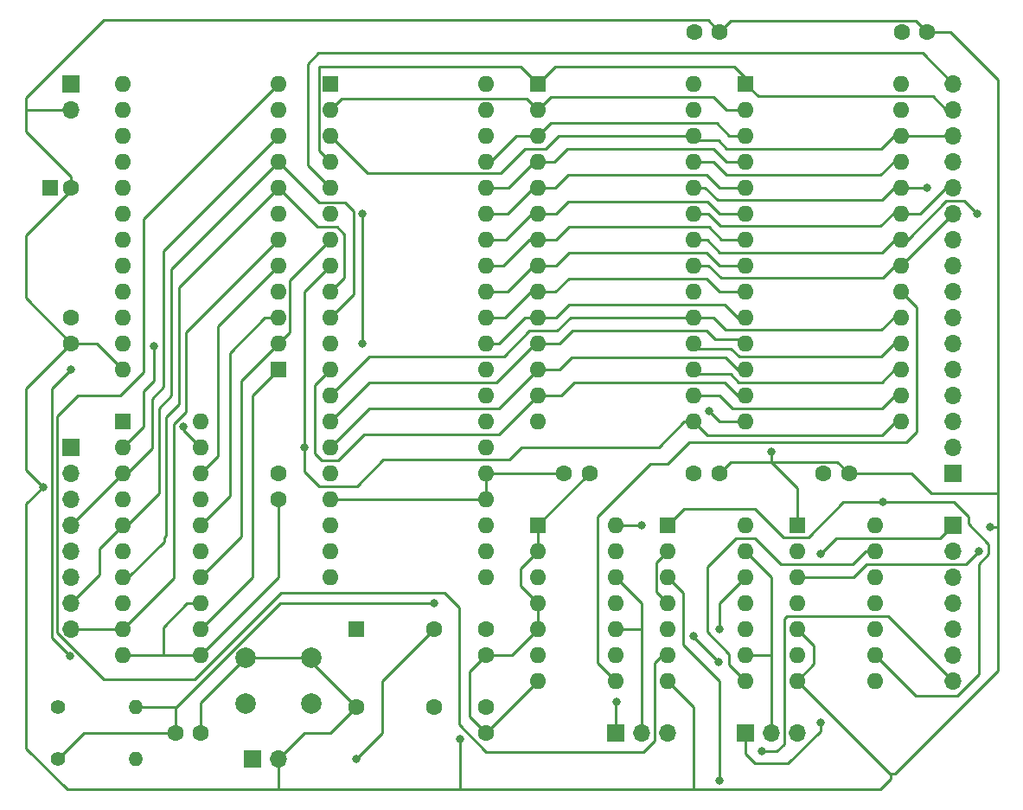
<source format=gbr>
%TF.GenerationSoftware,KiCad,Pcbnew,7.0.10*%
%TF.CreationDate,2024-12-14T08:00:09+00:00*%
%TF.ProjectId,z80_min_sbc_pcb,7a38305f-6d69-46e5-9f73-62635f706362,rev?*%
%TF.SameCoordinates,Original*%
%TF.FileFunction,Copper,L2,Bot*%
%TF.FilePolarity,Positive*%
%FSLAX46Y46*%
G04 Gerber Fmt 4.6, Leading zero omitted, Abs format (unit mm)*
G04 Created by KiCad (PCBNEW 7.0.10) date 2024-12-14 08:00:09*
%MOMM*%
%LPD*%
G01*
G04 APERTURE LIST*
%TA.AperFunction,ComponentPad*%
%ADD10C,1.600000*%
%TD*%
%TA.AperFunction,ComponentPad*%
%ADD11C,1.400000*%
%TD*%
%TA.AperFunction,ComponentPad*%
%ADD12O,1.400000X1.400000*%
%TD*%
%TA.AperFunction,ComponentPad*%
%ADD13R,1.700000X1.700000*%
%TD*%
%TA.AperFunction,ComponentPad*%
%ADD14O,1.700000X1.700000*%
%TD*%
%TA.AperFunction,ComponentPad*%
%ADD15R,1.600000X1.600000*%
%TD*%
%TA.AperFunction,ComponentPad*%
%ADD16C,2.000000*%
%TD*%
%TA.AperFunction,ComponentPad*%
%ADD17O,1.600000X1.600000*%
%TD*%
%TA.AperFunction,ViaPad*%
%ADD18C,0.800000*%
%TD*%
%TA.AperFunction,Conductor*%
%ADD19C,0.250000*%
%TD*%
G04 APERTURE END LIST*
D10*
%TO.P,C7,1*%
%TO.N,VCC*%
X172720000Y-99060000D03*
%TO.P,C7,2*%
%TO.N,GND*%
X175220000Y-99060000D03*
%TD*%
D11*
%TO.P,R1,1*%
%TO.N,/~{RESET}*%
X110490000Y-127000000D03*
D12*
%TO.P,R1,2*%
%TO.N,Net-(J5-Pin_1)*%
X118110000Y-127000000D03*
%TD*%
D10*
%TO.P,C10,1*%
%TO.N,VCC*%
X152400000Y-121960000D03*
%TO.P,C10,2*%
%TO.N,GND*%
X152400000Y-124460000D03*
%TD*%
D13*
%TO.P,J4,1,Pin_1*%
%TO.N,VCC*%
X111760000Y-60960000D03*
D14*
%TO.P,J4,2,Pin_2*%
%TO.N,GND*%
X111760000Y-63500000D03*
%TD*%
D15*
%TO.P,U8,1,Tri-State*%
%TO.N,/~{CLKINH}*%
X139700000Y-114300000D03*
D10*
%TO.P,U8,4,GND*%
%TO.N,GND*%
X139700000Y-121920000D03*
%TO.P,U8,5,OUT*%
%TO.N,/~{CLK}*%
X147320000Y-121920000D03*
%TO.P,U8,8,VDD*%
%TO.N,VCC*%
X147320000Y-114300000D03*
%TD*%
D13*
%TO.P,J5,1,Pin_1*%
%TO.N,Net-(J5-Pin_1)*%
X129540000Y-127000000D03*
D14*
%TO.P,J5,2,Pin_2*%
%TO.N,GND*%
X132080000Y-127000000D03*
%TD*%
D13*
%TO.P,J2,1,Pin_1*%
%TO.N,/D0*%
X111760000Y-96520000D03*
D14*
%TO.P,J2,2,Pin_2*%
%TO.N,/D1*%
X111760000Y-99060000D03*
%TO.P,J2,3,Pin_3*%
%TO.N,/D2*%
X111760000Y-101600000D03*
%TO.P,J2,4,Pin_4*%
%TO.N,/D3*%
X111760000Y-104140000D03*
%TO.P,J2,5,Pin_5*%
%TO.N,/D4*%
X111760000Y-106680000D03*
%TO.P,J2,6,Pin_6*%
%TO.N,/D5*%
X111760000Y-109220000D03*
%TO.P,J2,7,Pin_7*%
%TO.N,/D6*%
X111760000Y-111760000D03*
%TO.P,J2,8,Pin_8*%
%TO.N,/D7*%
X111760000Y-114300000D03*
%TD*%
D10*
%TO.P,C5,1*%
%TO.N,VCC*%
X160020000Y-99060000D03*
%TO.P,C5,2*%
%TO.N,GND*%
X162520000Y-99060000D03*
%TD*%
%TO.P,C9,1*%
%TO.N,VCC*%
X193080000Y-55880000D03*
%TO.P,C9,2*%
%TO.N,GND*%
X195580000Y-55880000D03*
%TD*%
D16*
%TO.P,SW1,1,1*%
%TO.N,GND*%
X128830000Y-117130000D03*
X135330000Y-117130000D03*
%TO.P,SW1,2,2*%
%TO.N,Net-(J5-Pin_1)*%
X128830000Y-121630000D03*
X135330000Y-121630000D03*
%TD*%
D15*
%TO.P,U5,1,A11*%
%TO.N,/A11*%
X137160000Y-60960000D03*
D17*
%TO.P,U5,2,A12*%
%TO.N,/A12*%
X137160000Y-63500000D03*
%TO.P,U5,3,A13*%
%TO.N,/A13*%
X137160000Y-66040000D03*
%TO.P,U5,4,A14*%
%TO.N,/A14*%
X137160000Y-68580000D03*
%TO.P,U5,5,A15*%
%TO.N,/A15*%
X137160000Y-71120000D03*
%TO.P,U5,6,~{CLK}*%
%TO.N,/~{CLK}*%
X137160000Y-73660000D03*
%TO.P,U5,7,D4*%
%TO.N,/D4*%
X137160000Y-76200000D03*
%TO.P,U5,8,D3*%
%TO.N,/D3*%
X137160000Y-78740000D03*
%TO.P,U5,9,D5*%
%TO.N,/D5*%
X137160000Y-81280000D03*
%TO.P,U5,10,D6*%
%TO.N,/D6*%
X137160000Y-83820000D03*
%TO.P,U5,11,VCC*%
%TO.N,VCC*%
X137160000Y-86360000D03*
%TO.P,U5,12,D2*%
%TO.N,/D2*%
X137160000Y-88900000D03*
%TO.P,U5,13,D7*%
%TO.N,/D7*%
X137160000Y-91440000D03*
%TO.P,U5,14,D0*%
%TO.N,/D0*%
X137160000Y-93980000D03*
%TO.P,U5,15,D1*%
%TO.N,/D1*%
X137160000Y-96520000D03*
%TO.P,U5,16,~{INT}*%
%TO.N,VCC*%
X137160000Y-99060000D03*
%TO.P,U5,17,~{NMI}*%
X137160000Y-101600000D03*
%TO.P,U5,18,~{HALT}*%
%TO.N,unconnected-(U5-~{HALT}-Pad18)*%
X137160000Y-104140000D03*
%TO.P,U5,19,~{MREQ}*%
%TO.N,/~{MREQ}*%
X137160000Y-106680000D03*
%TO.P,U5,20,~{IORQ}*%
%TO.N,/~{IORQ}*%
X137160000Y-109220000D03*
%TO.P,U5,21,~{RD}*%
%TO.N,/~{RD}*%
X152400000Y-109220000D03*
%TO.P,U5,22,~{WR}*%
%TO.N,/~{WR}*%
X152400000Y-106680000D03*
%TO.P,U5,23,~{BUSACK}*%
%TO.N,unconnected-(U5-~{BUSACK}-Pad23)*%
X152400000Y-104140000D03*
%TO.P,U5,24,~{WAIT}*%
%TO.N,VCC*%
X152400000Y-101600000D03*
%TO.P,U5,25,~{BUSRQ}*%
X152400000Y-99060000D03*
%TO.P,U5,26,~{RESET}*%
%TO.N,/~{RESET}*%
X152400000Y-96520000D03*
%TO.P,U5,27,~{M1}*%
%TO.N,unconnected-(U5-~{M1}-Pad27)*%
X152400000Y-93980000D03*
%TO.P,U5,28,~{RFSH}*%
%TO.N,unconnected-(U5-~{RFSH}-Pad28)*%
X152400000Y-91440000D03*
%TO.P,U5,29,GND*%
%TO.N,GND*%
X152400000Y-88900000D03*
%TO.P,U5,30,A0*%
%TO.N,/A0*%
X152400000Y-86360000D03*
%TO.P,U5,31,A1*%
%TO.N,/A1*%
X152400000Y-83820000D03*
%TO.P,U5,32,A2*%
%TO.N,/A2*%
X152400000Y-81280000D03*
%TO.P,U5,33,A3*%
%TO.N,/A3*%
X152400000Y-78740000D03*
%TO.P,U5,34,A4*%
%TO.N,/A4*%
X152400000Y-76200000D03*
%TO.P,U5,35,A5*%
%TO.N,/A5*%
X152400000Y-73660000D03*
%TO.P,U5,36,A6*%
%TO.N,/A6*%
X152400000Y-71120000D03*
%TO.P,U5,37,A7*%
%TO.N,/A7*%
X152400000Y-68580000D03*
%TO.P,U5,38,A8*%
%TO.N,/A8*%
X152400000Y-66040000D03*
%TO.P,U5,39,A9*%
%TO.N,/A9*%
X152400000Y-63500000D03*
%TO.P,U5,40,A10*%
%TO.N,/A10*%
X152400000Y-60960000D03*
%TD*%
D15*
%TO.P,C3,1*%
%TO.N,VCC*%
X109760000Y-71120000D03*
D10*
%TO.P,C3,2*%
%TO.N,GND*%
X111760000Y-71120000D03*
%TD*%
D15*
%TO.P,U1,1,OEa*%
%TO.N,/~{RD_PORT_0}*%
X116840000Y-93980000D03*
D17*
%TO.P,U1,2,I0a*%
%TO.N,/P0D1*%
X116840000Y-96520000D03*
%TO.P,U1,3,O3b*%
%TO.N,/D3*%
X116840000Y-99060000D03*
%TO.P,U1,4,I1a*%
%TO.N,GND*%
X116840000Y-101600000D03*
%TO.P,U1,5,O2b*%
%TO.N,/D6*%
X116840000Y-104140000D03*
%TO.P,U1,6,I2a*%
%TO.N,GND*%
X116840000Y-106680000D03*
%TO.P,U1,7,O1b*%
%TO.N,/D5*%
X116840000Y-109220000D03*
%TO.P,U1,8,I3a*%
%TO.N,/P0D0*%
X116840000Y-111760000D03*
%TO.P,U1,9,O0b*%
%TO.N,/D7*%
X116840000Y-114300000D03*
%TO.P,U1,10,GND*%
%TO.N,GND*%
X116840000Y-116840000D03*
%TO.P,U1,11,I0b*%
X124460000Y-116840000D03*
%TO.P,U1,12,O3a*%
%TO.N,/D0*%
X124460000Y-114300000D03*
%TO.P,U1,13,I1b*%
%TO.N,GND*%
X124460000Y-111760000D03*
%TO.P,U1,14,O2a*%
%TO.N,/D4*%
X124460000Y-109220000D03*
%TO.P,U1,15,I2b*%
%TO.N,GND*%
X124460000Y-106680000D03*
%TO.P,U1,16,O1a*%
%TO.N,/D2*%
X124460000Y-104140000D03*
%TO.P,U1,17,I3b*%
%TO.N,GND*%
X124460000Y-101600000D03*
%TO.P,U1,18,O0a*%
%TO.N,/D1*%
X124460000Y-99060000D03*
%TO.P,U1,19,OEb*%
%TO.N,/~{RD_PORT_0}*%
X124460000Y-96520000D03*
%TO.P,U1,20,VCC*%
%TO.N,VCC*%
X124460000Y-93980000D03*
%TD*%
D11*
%TO.P,R2,1*%
%TO.N,VCC*%
X110490000Y-121920000D03*
D12*
%TO.P,R2,2*%
%TO.N,/~{RESET}*%
X118110000Y-121920000D03*
%TD*%
D10*
%TO.P,C2,1*%
%TO.N,VCC*%
X152400000Y-114340000D03*
%TO.P,C2,2*%
%TO.N,GND*%
X152400000Y-116840000D03*
%TD*%
D15*
%TO.P,U4,1*%
%TO.N,/A0*%
X170180000Y-104140000D03*
D17*
%TO.P,U4,2*%
%TO.N,Net-(U4-Pad11)*%
X170180000Y-106680000D03*
%TO.P,U4,3*%
%TO.N,/~{RD_PORT_0}*%
X170180000Y-109220000D03*
%TO.P,U4,4*%
%TO.N,Net-(U4-Pad11)*%
X170180000Y-111760000D03*
%TO.P,U4,5*%
%TO.N,Net-(U3-Pad8)*%
X170180000Y-114300000D03*
%TO.P,U4,6*%
%TO.N,/~{RD_PORT_1}*%
X170180000Y-116840000D03*
%TO.P,U4,7,GND*%
%TO.N,GND*%
X170180000Y-119380000D03*
%TO.P,U4,8*%
%TO.N,Net-(U3-Pad13)*%
X177800000Y-119380000D03*
%TO.P,U4,9*%
%TO.N,Net-(JP1-C)*%
X177800000Y-116840000D03*
%TO.P,U4,10*%
%TO.N,/~{WR}*%
X177800000Y-114300000D03*
%TO.P,U4,11*%
%TO.N,Net-(U4-Pad11)*%
X177800000Y-111760000D03*
%TO.P,U4,12*%
%TO.N,/~{RD}*%
X177800000Y-109220000D03*
%TO.P,U4,13*%
%TO.N,Net-(JP1-C)*%
X177800000Y-106680000D03*
%TO.P,U4,14,VCC*%
%TO.N,VCC*%
X177800000Y-104140000D03*
%TD*%
D15*
%TO.P,U6,1,A14*%
%TO.N,/A14*%
X157480000Y-60960000D03*
D17*
%TO.P,U6,2,A12*%
%TO.N,/A12*%
X157480000Y-63500000D03*
%TO.P,U6,3,A7*%
%TO.N,/A7*%
X157480000Y-66040000D03*
%TO.P,U6,4,A6*%
%TO.N,/A6*%
X157480000Y-68580000D03*
%TO.P,U6,5,A5*%
%TO.N,/A5*%
X157480000Y-71120000D03*
%TO.P,U6,6,A4*%
%TO.N,/A4*%
X157480000Y-73660000D03*
%TO.P,U6,7,A3*%
%TO.N,/A3*%
X157480000Y-76200000D03*
%TO.P,U6,8,A2*%
%TO.N,/A2*%
X157480000Y-78740000D03*
%TO.P,U6,9,A1*%
%TO.N,/A1*%
X157480000Y-81280000D03*
%TO.P,U6,10,A0*%
%TO.N,/A0*%
X157480000Y-83820000D03*
%TO.P,U6,11,D0*%
%TO.N,/D0*%
X157480000Y-86360000D03*
%TO.P,U6,12,D1*%
%TO.N,/D1*%
X157480000Y-88900000D03*
%TO.P,U6,13,D2*%
%TO.N,/D2*%
X157480000Y-91440000D03*
%TO.P,U6,14,GND*%
%TO.N,GND*%
X157480000Y-93980000D03*
%TO.P,U6,15,D3*%
%TO.N,/D3*%
X172720000Y-93980000D03*
%TO.P,U6,16,D4*%
%TO.N,/D4*%
X172720000Y-91440000D03*
%TO.P,U6,17,D5*%
%TO.N,/D5*%
X172720000Y-88900000D03*
%TO.P,U6,18,D6*%
%TO.N,/D6*%
X172720000Y-86360000D03*
%TO.P,U6,19,D7*%
%TO.N,/D7*%
X172720000Y-83820000D03*
%TO.P,U6,20,~{CE}*%
%TO.N,/~{ROM_CE}*%
X172720000Y-81280000D03*
%TO.P,U6,21,A10*%
%TO.N,/A10*%
X172720000Y-78740000D03*
%TO.P,U6,22,~{OE}*%
%TO.N,/~{RD}*%
X172720000Y-76200000D03*
%TO.P,U6,23,A11*%
%TO.N,/A11*%
X172720000Y-73660000D03*
%TO.P,U6,24,A9*%
%TO.N,/A9*%
X172720000Y-71120000D03*
%TO.P,U6,25,A8*%
%TO.N,/A8*%
X172720000Y-68580000D03*
%TO.P,U6,26,A13*%
%TO.N,/A13*%
X172720000Y-66040000D03*
%TO.P,U6,27,~{WE}*%
%TO.N,VCC*%
X172720000Y-63500000D03*
%TO.P,U6,28,VCC*%
X172720000Y-60960000D03*
%TD*%
D15*
%TO.P,U3,1*%
%TO.N,GND*%
X182880000Y-104135000D03*
D17*
%TO.P,U3,2*%
%TO.N,unconnected-(U3-Pad2)*%
X182880000Y-106675000D03*
%TO.P,U3,3*%
%TO.N,GND*%
X182880000Y-109215000D03*
%TO.P,U3,4*%
%TO.N,unconnected-(U3-Pad4)*%
X182880000Y-111755000D03*
%TO.P,U3,5*%
%TO.N,GND*%
X182880000Y-114295000D03*
%TO.P,U3,6*%
%TO.N,unconnected-(U3-Pad6)*%
X182880000Y-116835000D03*
%TO.P,U3,7,GND*%
%TO.N,GND*%
X182880000Y-119375000D03*
%TO.P,U3,8*%
%TO.N,Net-(U3-Pad8)*%
X190500000Y-119375000D03*
%TO.P,U3,9*%
%TO.N,/A0*%
X190500000Y-116835000D03*
%TO.P,U3,10*%
%TO.N,/~{A15}*%
X190500000Y-114295000D03*
%TO.P,U3,11*%
%TO.N,/A15*%
X190500000Y-111755000D03*
%TO.P,U3,12*%
%TO.N,/WR_PORT_1*%
X190500000Y-109215000D03*
%TO.P,U3,13*%
%TO.N,Net-(U3-Pad13)*%
X190500000Y-106675000D03*
%TO.P,U3,14,VCC*%
%TO.N,VCC*%
X190500000Y-104135000D03*
%TD*%
D15*
%TO.P,U9,1,A14*%
%TO.N,/A14*%
X177800000Y-60960000D03*
D17*
%TO.P,U9,2,A12*%
%TO.N,/A12*%
X177800000Y-63500000D03*
%TO.P,U9,3,A7*%
%TO.N,/A7*%
X177800000Y-66040000D03*
%TO.P,U9,4,A6*%
%TO.N,/A6*%
X177800000Y-68580000D03*
%TO.P,U9,5,A5*%
%TO.N,/A5*%
X177800000Y-71120000D03*
%TO.P,U9,6,A4*%
%TO.N,/A4*%
X177800000Y-73660000D03*
%TO.P,U9,7,A3*%
%TO.N,/A3*%
X177800000Y-76200000D03*
%TO.P,U9,8,A2*%
%TO.N,/A2*%
X177800000Y-78740000D03*
%TO.P,U9,9,A1*%
%TO.N,/A1*%
X177800000Y-81280000D03*
%TO.P,U9,10,A0*%
%TO.N,/A0*%
X177800000Y-83820000D03*
%TO.P,U9,11,D0*%
%TO.N,/D0*%
X177800000Y-86360000D03*
%TO.P,U9,12,D1*%
%TO.N,/D1*%
X177800000Y-88900000D03*
%TO.P,U9,13,D2*%
%TO.N,/D2*%
X177800000Y-91440000D03*
%TO.P,U9,14,VSS*%
%TO.N,GND*%
X177800000Y-93980000D03*
%TO.P,U9,15,D3*%
%TO.N,/D3*%
X193040000Y-93980000D03*
%TO.P,U9,16,D4*%
%TO.N,/D4*%
X193040000Y-91440000D03*
%TO.P,U9,17,D5*%
%TO.N,/D5*%
X193040000Y-88900000D03*
%TO.P,U9,18,D6*%
%TO.N,/D6*%
X193040000Y-86360000D03*
%TO.P,U9,19,D7*%
%TO.N,/D7*%
X193040000Y-83820000D03*
%TO.P,U9,20,~{CE}*%
%TO.N,/~{RAM_CE}*%
X193040000Y-81280000D03*
%TO.P,U9,21,A10*%
%TO.N,/A10*%
X193040000Y-78740000D03*
%TO.P,U9,22,~{OE}*%
%TO.N,/~{RD}*%
X193040000Y-76200000D03*
%TO.P,U9,23,A11*%
%TO.N,/A11*%
X193040000Y-73660000D03*
%TO.P,U9,24,A9*%
%TO.N,/A9*%
X193040000Y-71120000D03*
%TO.P,U9,25,A8*%
%TO.N,/A8*%
X193040000Y-68580000D03*
%TO.P,U9,26,A13*%
%TO.N,/A13*%
X193040000Y-66040000D03*
%TO.P,U9,27,~{WE}*%
%TO.N,/~{WR}*%
X193040000Y-63500000D03*
%TO.P,U9,28,VCC*%
%TO.N,VCC*%
X193040000Y-60960000D03*
%TD*%
D10*
%TO.P,C6,1*%
%TO.N,VCC*%
X185420000Y-99060000D03*
%TO.P,C6,2*%
%TO.N,GND*%
X187920000Y-99060000D03*
%TD*%
D13*
%TO.P,J1,1,Pin_1*%
%TO.N,/A0*%
X198120000Y-99060000D03*
D14*
%TO.P,J1,2,Pin_2*%
%TO.N,/A1*%
X198120000Y-96520000D03*
%TO.P,J1,3,Pin_3*%
%TO.N,/A2*%
X198120000Y-93980000D03*
%TO.P,J1,4,Pin_4*%
%TO.N,/A3*%
X198120000Y-91440000D03*
%TO.P,J1,5,Pin_5*%
%TO.N,/A4*%
X198120000Y-88900000D03*
%TO.P,J1,6,Pin_6*%
%TO.N,/A5*%
X198120000Y-86360000D03*
%TO.P,J1,7,Pin_7*%
%TO.N,/A6*%
X198120000Y-83820000D03*
%TO.P,J1,8,Pin_8*%
%TO.N,/A7*%
X198120000Y-81280000D03*
%TO.P,J1,9,Pin_9*%
%TO.N,/A8*%
X198120000Y-78740000D03*
%TO.P,J1,10,Pin_10*%
%TO.N,/A9*%
X198120000Y-76200000D03*
%TO.P,J1,11,Pin_11*%
%TO.N,/A10*%
X198120000Y-73660000D03*
%TO.P,J1,12,Pin_12*%
%TO.N,/A11*%
X198120000Y-71120000D03*
%TO.P,J1,13,Pin_13*%
%TO.N,/A12*%
X198120000Y-68580000D03*
%TO.P,J1,14,Pin_14*%
%TO.N,/A13*%
X198120000Y-66040000D03*
%TO.P,J1,15,Pin_15*%
%TO.N,/A14*%
X198120000Y-63500000D03*
%TO.P,J1,16,Pin_16*%
%TO.N,/A15*%
X198120000Y-60960000D03*
%TD*%
D15*
%TO.P,U2,1*%
%TO.N,GND*%
X157480000Y-104140000D03*
D17*
%TO.P,U2,2*%
X157480000Y-106680000D03*
%TO.P,U2,3*%
%TO.N,unconnected-(U2-Pad3)*%
X157480000Y-109220000D03*
%TO.P,U2,4*%
%TO.N,GND*%
X157480000Y-111760000D03*
%TO.P,U2,5*%
X157480000Y-114300000D03*
%TO.P,U2,6*%
%TO.N,unconnected-(U2-Pad6)*%
X157480000Y-116840000D03*
%TO.P,U2,7,GND*%
%TO.N,GND*%
X157480000Y-119380000D03*
%TO.P,U2,8*%
%TO.N,/~{RAM_CE}*%
X165100000Y-119380000D03*
%TO.P,U2,9*%
%TO.N,/~{A15}*%
X165100000Y-116840000D03*
%TO.P,U2,10*%
%TO.N,Net-(JP2-C)*%
X165100000Y-114300000D03*
%TO.P,U2,11*%
%TO.N,/~{ROM_CE}*%
X165100000Y-111760000D03*
%TO.P,U2,12*%
%TO.N,Net-(JP2-C)*%
X165100000Y-109220000D03*
%TO.P,U2,13*%
%TO.N,/A15*%
X165100000Y-106680000D03*
%TO.P,U2,14,VCC*%
%TO.N,VCC*%
X165100000Y-104140000D03*
%TD*%
D15*
%TO.P,U7,1,D0*%
%TO.N,/D0*%
X132080000Y-88900000D03*
D17*
%TO.P,U7,2,D4*%
%TO.N,/D4*%
X132080000Y-86360000D03*
%TO.P,U7,3,D2*%
%TO.N,/D2*%
X132080000Y-83820000D03*
%TO.P,U7,4,VIO*%
%TO.N,unconnected-(U7-VIO-Pad4)*%
X132080000Y-81280000D03*
%TO.P,U7,5,D1*%
%TO.N,/D1*%
X132080000Y-78740000D03*
%TO.P,U7,6,D7*%
%TO.N,/D7*%
X132080000Y-76200000D03*
%TO.P,U7,7,GND*%
%TO.N,unconnected-(U7-GND-Pad7)*%
X132080000Y-73660000D03*
%TO.P,U7,8,D5*%
%TO.N,/D5*%
X132080000Y-71120000D03*
%TO.P,U7,9,D6*%
%TO.N,/D6*%
X132080000Y-68580000D03*
%TO.P,U7,10,D3*%
%TO.N,/D3*%
X132080000Y-66040000D03*
%TO.P,U7,11,PWE*%
%TO.N,unconnected-(U7-PWE-Pad11)*%
X132080000Y-63500000D03*
%TO.P,U7,12,~{RD}*%
%TO.N,/~{RD_PORT_1}*%
X132080000Y-60960000D03*
%TO.P,U7,13,SLD*%
%TO.N,unconnected-(U7-SLD-Pad13)*%
X116840000Y-60960000D03*
%TO.P,U7,14,USB*%
%TO.N,unconnected-(U7-USB-Pad14)*%
X116840000Y-63500000D03*
%TO.P,U7,15,VCC*%
%TO.N,unconnected-(U7-VCC-Pad15)*%
X116840000Y-66040000D03*
%TO.P,U7,16,PU2*%
%TO.N,unconnected-(U7-PU2-Pad16)*%
X116840000Y-68580000D03*
%TO.P,U7,17,PU1*%
%TO.N,unconnected-(U7-PU1-Pad17)*%
X116840000Y-71120000D03*
%TO.P,U7,18,WR*%
%TO.N,/WR_PORT_1*%
X116840000Y-73660000D03*
%TO.P,U7,19,3V3*%
%TO.N,unconnected-(U7-3V3-Pad19)*%
X116840000Y-76200000D03*
%TO.P,U7,20,~{RESET}*%
%TO.N,unconnected-(U7-~{RESET}-Pad20)*%
X116840000Y-78740000D03*
%TO.P,U7,21,VCC*%
%TO.N,VCC*%
X116840000Y-81280000D03*
%TO.P,U7,22,~{TXE}*%
%TO.N,/P0D0*%
X116840000Y-83820000D03*
%TO.P,U7,23,~{RXF}*%
%TO.N,/P0D1*%
X116840000Y-86360000D03*
%TO.P,U7,24,GND*%
%TO.N,GND*%
X116840000Y-88900000D03*
%TD*%
D13*
%TO.P,JP2,1,A*%
%TO.N,/~{MREQ}*%
X165100000Y-124460000D03*
D14*
%TO.P,JP2,2,C*%
%TO.N,Net-(JP2-C)*%
X167640000Y-124460000D03*
%TO.P,JP2,3,B*%
%TO.N,VCC*%
X170180000Y-124460000D03*
%TD*%
D10*
%TO.P,C11,1*%
%TO.N,VCC*%
X111760000Y-83860000D03*
%TO.P,C11,2*%
%TO.N,GND*%
X111760000Y-86360000D03*
%TD*%
%TO.P,C4,1*%
%TO.N,VCC*%
X132080000Y-99100000D03*
%TO.P,C4,2*%
%TO.N,GND*%
X132080000Y-101600000D03*
%TD*%
%TO.P,C1,1*%
%TO.N,/~{RESET}*%
X121960000Y-124460000D03*
%TO.P,C1,2*%
%TO.N,GND*%
X124460000Y-124460000D03*
%TD*%
%TO.P,C8,1*%
%TO.N,VCC*%
X172760000Y-55880000D03*
%TO.P,C8,2*%
%TO.N,GND*%
X175260000Y-55880000D03*
%TD*%
D13*
%TO.P,JP1,1,A*%
%TO.N,/~{IORQ}*%
X177800000Y-124460000D03*
D14*
%TO.P,JP1,2,C*%
%TO.N,Net-(JP1-C)*%
X180340000Y-124460000D03*
%TO.P,JP1,3,B*%
%TO.N,VCC*%
X182880000Y-124460000D03*
%TD*%
D13*
%TO.P,J3,1,Pin_1*%
%TO.N,/~{RD}*%
X198120000Y-104140000D03*
D14*
%TO.P,J3,2,Pin_2*%
%TO.N,/~{WR}*%
X198120000Y-106680000D03*
%TO.P,J3,3,Pin_3*%
%TO.N,/~{MREQ}*%
X198120000Y-109220000D03*
%TO.P,J3,4,Pin_4*%
%TO.N,/~{IORQ}*%
X198120000Y-111760000D03*
%TO.P,J3,5,Pin_5*%
%TO.N,/~{RESET}*%
X198120000Y-114300000D03*
%TO.P,J3,6,Pin_6*%
%TO.N,/~{CLK}*%
X198120000Y-116840000D03*
%TO.P,J3,7,Pin_7*%
%TO.N,/~{CLKINH}*%
X198120000Y-119380000D03*
%TD*%
D18*
%TO.N,/~{RESET}*%
X147320000Y-111760000D03*
%TO.N,GND*%
X180340000Y-96950000D03*
X149860000Y-125060000D03*
X201712451Y-104357146D03*
X109005000Y-100420000D03*
X174272842Y-92992843D03*
X200660000Y-106680000D03*
%TO.N,VCC*%
X167640000Y-104140000D03*
X139700000Y-127000000D03*
%TO.N,/~{RD_PORT_0}*%
X175250000Y-129090000D03*
X122760000Y-94515000D03*
%TO.N,/P0D0*%
X111760000Y-88900000D03*
X111686497Y-116913503D03*
%TO.N,/P0D1*%
X119840000Y-86590000D03*
%TO.N,/D3*%
X134620000Y-96520000D03*
%TO.N,/~{MREQ}*%
X165150000Y-121460000D03*
%TO.N,Net-(U3-Pad8)*%
X175163479Y-117565000D03*
X172720000Y-114990000D03*
%TO.N,/A0*%
X191290000Y-101890000D03*
%TO.N,/~{IORQ}*%
X185130000Y-123420000D03*
%TO.N,/~{RD}*%
X175260000Y-114300000D03*
X185180000Y-106920000D03*
X200480000Y-73670000D03*
%TO.N,/~{CLK}*%
X140320000Y-73670000D03*
X140320000Y-86370000D03*
%TO.N,/A9*%
X195580000Y-71120000D03*
%TO.N,/~{CLKINH}*%
X179380000Y-126240000D03*
%TD*%
D19*
%TO.N,/~{RD_PORT_0}*%
X122760000Y-94820000D02*
X124460000Y-96520000D01*
X122760000Y-94515000D02*
X122760000Y-94820000D01*
%TO.N,/D6*%
X132080000Y-68580000D02*
X121610000Y-79050000D01*
X121610000Y-79050000D02*
X121610000Y-91490000D01*
X120350000Y-101050000D02*
X117260000Y-104140000D01*
X121610000Y-91490000D02*
X120350000Y-92750000D01*
X120350000Y-92750000D02*
X120350000Y-101050000D01*
X117260000Y-104140000D02*
X116840000Y-104140000D01*
%TO.N,/D3*%
X132080000Y-66040000D02*
X120850000Y-77270000D01*
X120850000Y-90590000D02*
X119670000Y-91770000D01*
X120850000Y-77270000D02*
X120850000Y-90590000D01*
X119670000Y-91770000D02*
X119670000Y-96610000D01*
X119670000Y-96610000D02*
X117220000Y-99060000D01*
X117220000Y-99060000D02*
X116840000Y-99060000D01*
%TO.N,/D7*%
X116840000Y-114300000D02*
X121795000Y-109345000D01*
X121795000Y-94214695D02*
X122990000Y-93019695D01*
X121795000Y-109345000D02*
X121795000Y-94214695D01*
X122990000Y-93019695D02*
X122990000Y-85290000D01*
X122990000Y-85290000D02*
X132080000Y-76200000D01*
%TO.N,/D5*%
X120881000Y-105330000D02*
X121080000Y-105131000D01*
X121080000Y-93580000D02*
X122340000Y-92320000D01*
X122340000Y-92320000D02*
X122340000Y-80860000D01*
X122340000Y-80860000D02*
X132080000Y-71120000D01*
X121080000Y-105131000D02*
X121080000Y-93580000D01*
%TO.N,/P0D1*%
X119840000Y-86590000D02*
X119840000Y-90030000D01*
X118860000Y-91010000D02*
X118860000Y-94500000D01*
X118860000Y-94500000D02*
X116840000Y-96520000D01*
X119840000Y-90030000D02*
X118860000Y-91010000D01*
X119840000Y-86590000D02*
X119870000Y-86620000D01*
X117050000Y-96520000D02*
X116840000Y-96520000D01*
%TO.N,/~{RD_PORT_1}*%
X149740000Y-123660000D02*
X149740000Y-112200000D01*
X169660000Y-116840000D02*
X168900000Y-117600000D01*
X110410000Y-114611701D02*
X110410000Y-93520000D01*
X168900000Y-117600000D02*
X168900000Y-125250000D01*
X168900000Y-125250000D02*
X167820000Y-126330000D01*
X170180000Y-116840000D02*
X169660000Y-116840000D01*
X167820000Y-126330000D02*
X152410000Y-126330000D01*
X152410000Y-126330000D02*
X149740000Y-123660000D01*
X148290000Y-110750000D02*
X132330000Y-110750000D01*
X132330000Y-110750000D02*
X123895115Y-119184885D01*
X114983184Y-119184885D02*
X110410000Y-114611701D01*
X112470000Y-91460000D02*
X116570000Y-91460000D01*
X118860000Y-89170000D02*
X118860000Y-74180000D01*
X123895115Y-119184885D02*
X114983184Y-119184885D01*
X149740000Y-112200000D02*
X148290000Y-110750000D01*
X110410000Y-93520000D02*
X112470000Y-91460000D01*
X116570000Y-91460000D02*
X118860000Y-89170000D01*
X118860000Y-74180000D02*
X132080000Y-60960000D01*
%TO.N,/D6*%
X111760000Y-111760000D02*
X114510000Y-109010000D01*
X114510000Y-109010000D02*
X114510000Y-106470000D01*
X114510000Y-106470000D02*
X116840000Y-104140000D01*
%TO.N,GND*%
X120750000Y-116840000D02*
X116840000Y-116840000D01*
X124460000Y-111760000D02*
X123120000Y-111760000D01*
X124460000Y-116840000D02*
X120750000Y-116840000D01*
X123120000Y-111760000D02*
X120780000Y-114100000D01*
X120780000Y-114100000D02*
X120780000Y-116810000D01*
X120780000Y-116810000D02*
X120750000Y-116840000D01*
%TO.N,/~{IORQ}*%
X181960000Y-127430000D02*
X178720000Y-127430000D01*
X178720000Y-127430000D02*
X177800000Y-126510000D01*
X185130000Y-123420000D02*
X185130000Y-124260000D01*
X185130000Y-124260000D02*
X181960000Y-127430000D01*
X177800000Y-126510000D02*
X177800000Y-124460000D01*
%TO.N,GND*%
X192010000Y-128440000D02*
X192010000Y-128980000D01*
X192010000Y-128980000D02*
X191000000Y-129990000D01*
X191000000Y-129990000D02*
X172720000Y-129990000D01*
X202480000Y-104200000D02*
X202480000Y-118410000D01*
X202480000Y-118410000D02*
X192450000Y-128440000D01*
X192450000Y-128440000D02*
X192010000Y-128440000D01*
%TO.N,/A0*%
X190500000Y-116835000D02*
X194465000Y-120800000D01*
X200660000Y-107930000D02*
X201620000Y-106970000D01*
X201620000Y-106970000D02*
X201620000Y-105970000D01*
X194465000Y-120800000D02*
X198570000Y-120800000D01*
X198570000Y-120800000D02*
X200660000Y-118710000D01*
X200660000Y-118710000D02*
X200660000Y-107930000D01*
X201620000Y-105970000D02*
X199630000Y-103980000D01*
X199630000Y-103980000D02*
X199630000Y-103300000D01*
X199630000Y-103300000D02*
X198220000Y-101890000D01*
X198220000Y-101890000D02*
X191290000Y-101890000D01*
%TO.N,Net-(U3-Pad13)*%
X190500000Y-106675000D02*
X189565000Y-106675000D01*
X189565000Y-106675000D02*
X188270000Y-107970000D01*
X188270000Y-107970000D02*
X181280000Y-107970000D01*
X181280000Y-107970000D02*
X178730000Y-105420000D01*
X176200000Y-117780000D02*
X177800000Y-119380000D01*
X178730000Y-105420000D02*
X176860000Y-105420000D01*
X174040000Y-114594695D02*
X176200000Y-116754695D01*
X176860000Y-105420000D02*
X174040000Y-108240000D01*
X174040000Y-108240000D02*
X174040000Y-114594695D01*
X176200000Y-116754695D02*
X176200000Y-117780000D01*
%TO.N,GND*%
X182880000Y-109215000D02*
X188405000Y-109215000D01*
X189680000Y-107940000D02*
X199400000Y-107940000D01*
X188405000Y-109215000D02*
X189680000Y-107940000D01*
X199400000Y-107940000D02*
X200660000Y-106680000D01*
%TO.N,/~{RD}*%
X185180000Y-106920000D02*
X186690000Y-105410000D01*
X186690000Y-105410000D02*
X196850000Y-105410000D01*
X196850000Y-105410000D02*
X198120000Y-104140000D01*
%TO.N,/A0*%
X170180000Y-104140000D02*
X171770000Y-102550000D01*
X171770000Y-102550000D02*
X178750000Y-102550000D01*
X181530000Y-105330000D02*
X183935000Y-105330000D01*
X191270000Y-101870000D02*
X191290000Y-101890000D01*
X178750000Y-102550000D02*
X181530000Y-105330000D01*
X183935000Y-105330000D02*
X187395000Y-101870000D01*
X187395000Y-101870000D02*
X191270000Y-101870000D01*
%TO.N,/~{CLKINH}*%
X179380000Y-126240000D02*
X180870000Y-126240000D01*
X180870000Y-126240000D02*
X181560000Y-125550000D01*
X181560000Y-113320000D02*
X181840000Y-113040000D01*
X191780000Y-113040000D02*
X198120000Y-119380000D01*
X181840000Y-113040000D02*
X191780000Y-113040000D01*
X181560000Y-125550000D02*
X181560000Y-113320000D01*
%TO.N,Net-(U3-Pad8)*%
X175163479Y-117565000D02*
X175163479Y-117503479D01*
X175163479Y-117503479D02*
X172720000Y-115060000D01*
X172720000Y-115060000D02*
X172720000Y-114990000D01*
%TO.N,/~{RD_PORT_0}*%
X175250000Y-129090000D02*
X175260000Y-129080000D01*
X171710000Y-115830000D02*
X171710000Y-110750000D01*
X175260000Y-129080000D02*
X175260000Y-119380000D01*
X171710000Y-110750000D02*
X170180000Y-109220000D01*
X175260000Y-119380000D02*
X171710000Y-115830000D01*
%TO.N,/A0*%
X191290000Y-101890000D02*
X191130000Y-102050000D01*
%TO.N,/D3*%
X172720000Y-93980000D02*
X174050000Y-95310000D01*
X191200000Y-95310000D02*
X192530000Y-93980000D01*
X174050000Y-95310000D02*
X191200000Y-95310000D01*
X192530000Y-93980000D02*
X193660000Y-93980000D01*
%TO.N,/~{RAM_CE}*%
X165100000Y-119380000D02*
X163330000Y-117610000D01*
X163330000Y-117610000D02*
X163330000Y-103270000D01*
X193560000Y-96000000D02*
X194570000Y-94990000D01*
X163330000Y-103270000D02*
X168505000Y-98095000D01*
X168505000Y-98095000D02*
X170195000Y-98095000D01*
X170195000Y-98095000D02*
X172290000Y-96000000D01*
X172290000Y-96000000D02*
X193560000Y-96000000D01*
X194570000Y-94990000D02*
X194570000Y-82810000D01*
X194570000Y-82810000D02*
X193040000Y-81280000D01*
%TO.N,GND*%
X180340000Y-96950000D02*
X180340000Y-97935000D01*
%TO.N,/~{RD}*%
X200480000Y-73670000D02*
X199250000Y-72440000D01*
X197436396Y-72440000D02*
X193676396Y-76200000D01*
X199250000Y-72440000D02*
X197436396Y-72440000D01*
X193676396Y-76200000D02*
X193040000Y-76200000D01*
%TO.N,/A11*%
X198120000Y-71120000D02*
X197450000Y-71120000D01*
X197450000Y-71120000D02*
X194910000Y-73660000D01*
X194910000Y-73660000D02*
X193040000Y-73660000D01*
%TO.N,/A14*%
X198120000Y-63500000D02*
X197440000Y-63500000D01*
X197440000Y-63500000D02*
X196130000Y-62190000D01*
X196130000Y-62190000D02*
X179030000Y-62190000D01*
X179030000Y-62190000D02*
X177800000Y-60960000D01*
%TO.N,/D4*%
X193040000Y-91440000D02*
X192420000Y-91440000D01*
X192420000Y-91440000D02*
X191180000Y-92680000D01*
X191180000Y-92680000D02*
X176500000Y-92680000D01*
X175260000Y-91440000D02*
X172720000Y-91440000D01*
X176500000Y-92680000D02*
X175260000Y-91440000D01*
%TO.N,/D5*%
X193040000Y-88900000D02*
X192390000Y-88900000D01*
X192390000Y-88900000D02*
X191130000Y-90160000D01*
X191130000Y-90160000D02*
X177156396Y-90160000D01*
X176346396Y-89350000D02*
X173170000Y-89350000D01*
X173170000Y-89350000D02*
X172720000Y-88900000D01*
X177156396Y-90160000D02*
X176346396Y-89350000D01*
%TO.N,/D6*%
X193040000Y-86360000D02*
X192370000Y-86360000D01*
X191110000Y-87620000D02*
X177160000Y-87620000D01*
X177160000Y-87620000D02*
X176380000Y-86840000D01*
X176380000Y-86840000D02*
X173200000Y-86840000D01*
X192370000Y-86360000D02*
X191110000Y-87620000D01*
X173200000Y-86840000D02*
X172720000Y-86360000D01*
%TO.N,/D7*%
X193040000Y-83820000D02*
X192340000Y-83820000D01*
X192340000Y-83820000D02*
X191120000Y-85040000D01*
X191120000Y-85040000D02*
X175843604Y-85040000D01*
X174623604Y-83820000D02*
X172720000Y-83820000D01*
X175843604Y-85040000D02*
X174623604Y-83820000D01*
%TO.N,/A10*%
X193040000Y-78740000D02*
X192470000Y-78740000D01*
X192470000Y-78740000D02*
X191250000Y-79960000D01*
X191250000Y-79960000D02*
X175380000Y-79960000D01*
X175380000Y-79960000D02*
X174160000Y-78740000D01*
X174160000Y-78740000D02*
X172720000Y-78740000D01*
%TO.N,/~{RD}*%
X193040000Y-76200000D02*
X192400000Y-76200000D01*
X191160000Y-77440000D02*
X175270000Y-77440000D01*
X192400000Y-76200000D02*
X191160000Y-77440000D01*
X175270000Y-77440000D02*
X174030000Y-76200000D01*
X174030000Y-76200000D02*
X172720000Y-76200000D01*
%TO.N,/A11*%
X193040000Y-73660000D02*
X192260000Y-73660000D01*
X175340000Y-74890000D02*
X174110000Y-73660000D01*
X192260000Y-73660000D02*
X191030000Y-74890000D01*
X191030000Y-74890000D02*
X175340000Y-74890000D01*
X174110000Y-73660000D02*
X172720000Y-73660000D01*
%TO.N,/A9*%
X193040000Y-71120000D02*
X192380000Y-71120000D01*
X192380000Y-71120000D02*
X191150000Y-72350000D01*
X191150000Y-72350000D02*
X175081370Y-72350000D01*
X175081370Y-72350000D02*
X173851370Y-71120000D01*
X173851370Y-71120000D02*
X172720000Y-71120000D01*
%TO.N,/A8*%
X193040000Y-68580000D02*
X192330000Y-68580000D01*
X192330000Y-68580000D02*
X191030000Y-69880000D01*
X191030000Y-69880000D02*
X175923604Y-69880000D01*
X175923604Y-69880000D02*
X174623604Y-68580000D01*
X174623604Y-68580000D02*
X172720000Y-68580000D01*
%TO.N,/A13*%
X193040000Y-66040000D02*
X192350000Y-66040000D01*
X175125991Y-66505991D02*
X173185991Y-66505991D01*
X173185991Y-66505991D02*
X172720000Y-66040000D01*
X191110000Y-67280000D02*
X175900000Y-67280000D01*
X175900000Y-67280000D02*
X175125991Y-66505991D01*
X192350000Y-66040000D02*
X191110000Y-67280000D01*
%TO.N,/A12*%
X157480000Y-63500000D02*
X158730000Y-62250000D01*
X174650000Y-62250000D02*
X175900000Y-63500000D01*
X158730000Y-62250000D02*
X174650000Y-62250000D01*
X175900000Y-63500000D02*
X177800000Y-63500000D01*
%TO.N,/A6*%
X157480000Y-68580000D02*
X159060000Y-68580000D01*
X160310000Y-67330000D02*
X174650000Y-67330000D01*
X174650000Y-67330000D02*
X175900000Y-68580000D01*
X159060000Y-68580000D02*
X160310000Y-67330000D01*
X175900000Y-68580000D02*
X177800000Y-68580000D01*
%TO.N,/A7*%
X157480000Y-66040000D02*
X158730000Y-64790000D01*
X158730000Y-64790000D02*
X174970000Y-64790000D01*
X174970000Y-64790000D02*
X176220000Y-66040000D01*
X176220000Y-66040000D02*
X177800000Y-66040000D01*
%TO.N,/A3*%
X157480000Y-76200000D02*
X159250000Y-76200000D01*
X159250000Y-76200000D02*
X160480000Y-74970000D01*
X160480000Y-74970000D02*
X174210000Y-74970000D01*
X174210000Y-74970000D02*
X175440000Y-76200000D01*
X175440000Y-76200000D02*
X177800000Y-76200000D01*
%TO.N,/A0*%
X157480000Y-83820000D02*
X159250000Y-83820000D01*
X159250000Y-83820000D02*
X160510000Y-82560000D01*
X177040000Y-83820000D02*
X177800000Y-83820000D01*
X160510000Y-82560000D02*
X175780000Y-82560000D01*
X175780000Y-82560000D02*
X177040000Y-83820000D01*
%TO.N,/D0*%
X157480000Y-86360000D02*
X159590000Y-86360000D01*
X177360000Y-85920000D02*
X177800000Y-86360000D01*
X159590000Y-86360000D02*
X160850000Y-85100000D01*
X174000000Y-85100000D02*
X174820000Y-85920000D01*
X174820000Y-85920000D02*
X177360000Y-85920000D01*
X160850000Y-85100000D02*
X174000000Y-85100000D01*
%TO.N,/D1*%
X157480000Y-88900000D02*
X159570000Y-88900000D01*
X159570000Y-88900000D02*
X160770000Y-87700000D01*
X160770000Y-87700000D02*
X175870000Y-87700000D01*
X175870000Y-87700000D02*
X177070000Y-88900000D01*
X177070000Y-88900000D02*
X177800000Y-88900000D01*
%TO.N,/D2*%
X157480000Y-91440000D02*
X159720000Y-91440000D01*
X159720000Y-91440000D02*
X160990000Y-90170000D01*
X160990000Y-90170000D02*
X175800000Y-90170000D01*
X175800000Y-90170000D02*
X177070000Y-91440000D01*
X177070000Y-91440000D02*
X177800000Y-91440000D01*
%TO.N,/A1*%
X157480000Y-81280000D02*
X159200000Y-81280000D01*
X175260000Y-81280000D02*
X177800000Y-81280000D01*
X159200000Y-81280000D02*
X160480000Y-80000000D01*
X160480000Y-80000000D02*
X173980000Y-80000000D01*
X173980000Y-80000000D02*
X175260000Y-81280000D01*
%TO.N,/D7*%
X137160000Y-91440000D02*
X140990000Y-87610000D01*
X140990000Y-87610000D02*
X154140000Y-87610000D01*
X154140000Y-87610000D02*
X156640000Y-85110000D01*
X160660000Y-83820000D02*
X172720000Y-83820000D01*
X156640000Y-85110000D02*
X159370000Y-85110000D01*
X159370000Y-85110000D02*
X160660000Y-83820000D01*
%TO.N,/A2*%
X157480000Y-78740000D02*
X159250000Y-78740000D01*
X159250000Y-78740000D02*
X160530000Y-77460000D01*
X160530000Y-77460000D02*
X173980000Y-77460000D01*
X173980000Y-77460000D02*
X175260000Y-78740000D01*
X175260000Y-78740000D02*
X177800000Y-78740000D01*
%TO.N,/A4*%
X157480000Y-73660000D02*
X159220000Y-73660000D01*
X159220000Y-73660000D02*
X160430000Y-72450000D01*
X160430000Y-72450000D02*
X174050000Y-72450000D01*
X174050000Y-72450000D02*
X175260000Y-73660000D01*
X175260000Y-73660000D02*
X177800000Y-73660000D01*
%TO.N,/A5*%
X157480000Y-71120000D02*
X159150000Y-71120000D01*
X159150000Y-71120000D02*
X160410000Y-69860000D01*
X174000000Y-69860000D02*
X175260000Y-71120000D01*
X160410000Y-69860000D02*
X174000000Y-69860000D01*
X175260000Y-71120000D02*
X177800000Y-71120000D01*
%TO.N,/A13*%
X137160000Y-66040000D02*
X140825000Y-69705000D01*
X153815000Y-69705000D02*
X156230000Y-67290000D01*
X156230000Y-67290000D02*
X158270000Y-67290000D01*
X158270000Y-67290000D02*
X159520000Y-66040000D01*
X140825000Y-69705000D02*
X153815000Y-69705000D01*
X159520000Y-66040000D02*
X172720000Y-66040000D01*
%TO.N,/D0*%
X157480000Y-86360000D02*
X157210000Y-86360000D01*
X157210000Y-86360000D02*
X153390000Y-90180000D01*
X153390000Y-90180000D02*
X140960000Y-90180000D01*
X140960000Y-90180000D02*
X137160000Y-93980000D01*
%TO.N,/A0*%
X152400000Y-86360000D02*
X153690000Y-86360000D01*
X153690000Y-86360000D02*
X156230000Y-83820000D01*
X156230000Y-83820000D02*
X157480000Y-83820000D01*
%TO.N,/A1*%
X152400000Y-83820000D02*
X154240000Y-83820000D01*
X154240000Y-83820000D02*
X156780000Y-81280000D01*
X156780000Y-81280000D02*
X157480000Y-81280000D01*
%TO.N,/A3*%
X152400000Y-78740000D02*
X154090000Y-78740000D01*
X154090000Y-78740000D02*
X156630000Y-76200000D01*
X156630000Y-76200000D02*
X157480000Y-76200000D01*
%TO.N,/A4*%
X152400000Y-76200000D02*
X154320000Y-76200000D01*
X154320000Y-76200000D02*
X156860000Y-73660000D01*
X156860000Y-73660000D02*
X157480000Y-73660000D01*
%TO.N,/A5*%
X152400000Y-73660000D02*
X154550000Y-73660000D01*
X154550000Y-73660000D02*
X157090000Y-71120000D01*
X157090000Y-71120000D02*
X157480000Y-71120000D01*
%TO.N,/A6*%
X152400000Y-71120000D02*
X154560000Y-71120000D01*
X154560000Y-71120000D02*
X157100000Y-68580000D01*
X157100000Y-68580000D02*
X157480000Y-68580000D01*
%TO.N,/A7*%
X152400000Y-68580000D02*
X152790000Y-68580000D01*
X152790000Y-68580000D02*
X155330000Y-66040000D01*
X155330000Y-66040000D02*
X157480000Y-66040000D01*
%TO.N,/A14*%
X157480000Y-60960000D02*
X159180000Y-59260000D01*
X159180000Y-59260000D02*
X176720000Y-59260000D01*
X176720000Y-59260000D02*
X178420000Y-60960000D01*
%TO.N,/A15*%
X198120000Y-60960000D02*
X195120000Y-57960000D01*
X135970000Y-57960000D02*
X134938198Y-58991802D01*
X195120000Y-57960000D02*
X135970000Y-57960000D01*
X134938198Y-58991802D02*
X134938198Y-68898198D01*
X134938198Y-68898198D02*
X137160000Y-71120000D01*
%TO.N,/A14*%
X137160000Y-68580000D02*
X136035000Y-67455000D01*
X136035000Y-67455000D02*
X136035000Y-59260000D01*
X136035000Y-59260000D02*
X155780000Y-59260000D01*
X155780000Y-59260000D02*
X157480000Y-60960000D01*
%TO.N,GND*%
X152400000Y-124460000D02*
X150800000Y-122860000D01*
X150800000Y-118440000D02*
X152400000Y-116840000D01*
X150800000Y-122860000D02*
X150800000Y-118440000D01*
X157480000Y-111760000D02*
X155800000Y-110080000D01*
X155800000Y-110080000D02*
X155800000Y-108360000D01*
X155800000Y-108360000D02*
X157480000Y-106680000D01*
%TO.N,/D3*%
X172720000Y-93980000D02*
X171820000Y-93980000D01*
X142357387Y-97730000D02*
X139777387Y-100310000D01*
X155870000Y-96510000D02*
X154650000Y-97730000D01*
X154650000Y-97730000D02*
X142357387Y-97730000D01*
X169290000Y-96510000D02*
X155870000Y-96510000D01*
X171820000Y-93980000D02*
X169290000Y-96510000D01*
X139777387Y-100310000D02*
X136060000Y-100310000D01*
X136060000Y-100310000D02*
X134620000Y-98870000D01*
X134620000Y-98870000D02*
X134620000Y-96520000D01*
%TO.N,/A2*%
X152400000Y-81280000D02*
X154470000Y-81280000D01*
X154470000Y-81280000D02*
X157010000Y-78740000D01*
X157010000Y-78740000D02*
X157480000Y-78740000D01*
%TO.N,/D2*%
X157480000Y-91440000D02*
X153690000Y-95230000D01*
X153690000Y-95230000D02*
X140460000Y-95230000D01*
X140460000Y-95230000D02*
X137930000Y-97760000D01*
X137930000Y-97760000D02*
X136320000Y-97760000D01*
X136320000Y-97760000D02*
X135650000Y-97090000D01*
X135650000Y-97090000D02*
X135650000Y-90410000D01*
X135650000Y-90410000D02*
X137160000Y-88900000D01*
%TO.N,/D1*%
X157480000Y-88900000D02*
X153680000Y-92700000D01*
X153680000Y-92700000D02*
X140980000Y-92700000D01*
X140980000Y-92700000D02*
X137160000Y-96520000D01*
%TO.N,/P0D0*%
X111760000Y-88900000D02*
X109910000Y-90750000D01*
X109910000Y-90750000D02*
X109910000Y-115137006D01*
X109910000Y-115137006D02*
X111686497Y-116913503D01*
%TO.N,GND*%
X109005000Y-100420000D02*
X107320000Y-98735000D01*
X109005000Y-100420000D02*
X107370000Y-102055000D01*
X107320000Y-98735000D02*
X107320000Y-90800000D01*
X107320000Y-90800000D02*
X111760000Y-86360000D01*
X111394035Y-129990000D02*
X132080000Y-129990000D01*
X107370000Y-102055000D02*
X107370000Y-125965965D01*
X107370000Y-125965965D02*
X111394035Y-129990000D01*
X139700000Y-121920000D02*
X137110000Y-124510000D01*
X134570000Y-124510000D02*
X132080000Y-127000000D01*
X137110000Y-124510000D02*
X134570000Y-124510000D01*
%TO.N,/~{RESET}*%
X113030000Y-124460000D02*
X121960000Y-124460000D01*
X121960000Y-124460000D02*
X121960000Y-121960000D01*
X121960000Y-121960000D02*
X121920000Y-121920000D01*
X110490000Y-127000000D02*
X113030000Y-124460000D01*
X147320000Y-111760000D02*
X132230000Y-111760000D01*
X122070000Y-121920000D02*
X121920000Y-121920000D01*
X132230000Y-111760000D02*
X122070000Y-121920000D01*
X118110000Y-121920000D02*
X121920000Y-121920000D01*
%TO.N,GND*%
X201712451Y-104357146D02*
X202322854Y-104357146D01*
X184520000Y-117735000D02*
X184520000Y-115935000D01*
X195580000Y-55880000D02*
X194455000Y-54755000D01*
X107320000Y-81920000D02*
X107320000Y-75810000D01*
X194455000Y-54755000D02*
X192614009Y-54755000D01*
X135330000Y-117550000D02*
X135330000Y-117130000D01*
X132080000Y-127000000D02*
X132080000Y-129990000D01*
X114300000Y-86360000D02*
X116840000Y-88900000D01*
X132080000Y-109220000D02*
X132080000Y-101600000D01*
X182880000Y-119375000D02*
X184520000Y-117735000D01*
X124460000Y-124460000D02*
X124460000Y-121500000D01*
X180340000Y-97935000D02*
X186795000Y-97935000D01*
X107320000Y-75810000D02*
X111760000Y-71370000D01*
X157480000Y-106680000D02*
X157480000Y-104140000D01*
X196020000Y-101020000D02*
X202450000Y-101020000D01*
X157480000Y-119380000D02*
X152400000Y-124460000D01*
X184520000Y-115935000D02*
X182880000Y-114295000D01*
X175260000Y-55880000D02*
X174120000Y-54740000D01*
X157480000Y-104140000D02*
X157480000Y-104100000D01*
X157480000Y-114300000D02*
X157480000Y-111760000D01*
X132080000Y-129990000D02*
X149860000Y-129990000D01*
X149860000Y-129990000D02*
X172720000Y-129990000D01*
X175220000Y-99060000D02*
X176345000Y-97935000D01*
X111760000Y-69988630D02*
X111760000Y-71120000D01*
X192614009Y-54755000D02*
X192589009Y-54780000D01*
X182880000Y-119375000D02*
X182885000Y-119375000D01*
X192589009Y-54780000D02*
X176360000Y-54780000D01*
X176360000Y-54780000D02*
X175260000Y-55880000D01*
X186795000Y-97935000D02*
X187920000Y-99060000D01*
X107380000Y-63500000D02*
X111760000Y-63500000D01*
X139700000Y-121920000D02*
X135330000Y-117550000D01*
X202450000Y-101020000D02*
X202480000Y-101050000D01*
X107380000Y-63500000D02*
X107380000Y-65608630D01*
X191945000Y-128440000D02*
X192010000Y-128440000D01*
X172720000Y-121920000D02*
X172720000Y-129990000D01*
X195580000Y-55880000D02*
X197850000Y-55880000D01*
X202322854Y-104357146D02*
X202480000Y-104200000D01*
X111760000Y-71370000D02*
X111760000Y-71120000D01*
X124460000Y-121500000D02*
X128830000Y-117130000D01*
X194060000Y-99060000D02*
X196020000Y-101020000D01*
X182880000Y-119375000D02*
X191945000Y-128440000D01*
X107380000Y-65608630D02*
X111760000Y-69988630D01*
X170180000Y-119380000D02*
X172720000Y-121920000D01*
X202480000Y-60510000D02*
X202480000Y-101050000D01*
X111760000Y-86360000D02*
X107320000Y-81920000D01*
X149860000Y-125060000D02*
X149860000Y-129990000D01*
X152400000Y-116840000D02*
X154940000Y-116840000D01*
X174272842Y-92992843D02*
X175259999Y-93980000D01*
X157480000Y-104100000D02*
X162520000Y-99060000D01*
X154940000Y-116840000D02*
X157480000Y-114300000D01*
X175259999Y-93980000D02*
X177800000Y-93980000D01*
X202480000Y-101050000D02*
X202480000Y-104200000D01*
X107380000Y-62350000D02*
X107380000Y-63500000D01*
X182880000Y-104135000D02*
X182880000Y-100475000D01*
X174120000Y-54740000D02*
X114990000Y-54740000D01*
X182880000Y-100475000D02*
X180340000Y-97935000D01*
X114990000Y-54740000D02*
X107380000Y-62350000D01*
X111760000Y-86360000D02*
X114300000Y-86360000D01*
X128830000Y-117130000D02*
X135330000Y-117130000D01*
X124460000Y-116840000D02*
X132080000Y-109220000D01*
X176345000Y-97935000D02*
X180340000Y-97935000D01*
X187920000Y-99060000D02*
X194060000Y-99060000D01*
X197850000Y-55880000D02*
X202480000Y-60510000D01*
%TO.N,VCC*%
X152400000Y-101600000D02*
X152400000Y-99060000D01*
X137160000Y-101600000D02*
X152400000Y-101600000D01*
X152400000Y-99060000D02*
X160020000Y-99060000D01*
X142240000Y-124460000D02*
X139700000Y-127000000D01*
X147320000Y-114300000D02*
X142240000Y-119380000D01*
X167640000Y-104140000D02*
X165100000Y-104140000D01*
X142240000Y-119380000D02*
X142240000Y-124460000D01*
%TO.N,/D7*%
X111760000Y-114300000D02*
X116840000Y-114300000D01*
%TO.N,/D6*%
X138575000Y-72535000D02*
X139470000Y-73430000D01*
X136035000Y-72535000D02*
X138575000Y-72535000D01*
X132080000Y-68580000D02*
X136035000Y-72535000D01*
X139470000Y-81510000D02*
X137160000Y-83820000D01*
X139470000Y-73430000D02*
X139470000Y-81510000D01*
%TO.N,/D5*%
X120881000Y-105500000D02*
X120881000Y-105330000D01*
X116840000Y-109220000D02*
X117380000Y-109220000D01*
X138540000Y-79900000D02*
X137160000Y-81280000D01*
X132080000Y-71120000D02*
X135890000Y-74930000D01*
X120881000Y-105719000D02*
X120881000Y-105330000D01*
X117380000Y-109220000D02*
X120881000Y-105719000D01*
X137800000Y-74930000D02*
X138540000Y-75670000D01*
X138540000Y-75670000D02*
X138540000Y-79900000D01*
X135890000Y-74930000D02*
X137800000Y-74930000D01*
%TO.N,/D4*%
X133205000Y-85235000D02*
X133205000Y-80155000D01*
X128430000Y-90010000D02*
X128430000Y-105250000D01*
X133205000Y-80155000D02*
X137160000Y-76200000D01*
X128430000Y-105250000D02*
X124460000Y-109220000D01*
X132080000Y-86360000D02*
X133205000Y-85235000D01*
X132080000Y-86360000D02*
X128430000Y-90010000D01*
%TO.N,/D3*%
X134620000Y-96520000D02*
X134620000Y-81280000D01*
X111760000Y-104140000D02*
X116840000Y-99060000D01*
X116840000Y-99060000D02*
X116940000Y-99060000D01*
X134620000Y-81280000D02*
X137160000Y-78740000D01*
%TO.N,/D2*%
X124460000Y-104140000D02*
X127300000Y-101300000D01*
X127300000Y-101300000D02*
X127300000Y-87260000D01*
X130740000Y-83820000D02*
X132080000Y-83820000D01*
X127300000Y-87260000D02*
X130740000Y-83820000D01*
%TO.N,/D1*%
X126180000Y-97340000D02*
X124460000Y-99060000D01*
X132080000Y-78740000D02*
X126180000Y-84640000D01*
X126180000Y-84640000D02*
X126180000Y-97340000D01*
%TO.N,/D0*%
X129540000Y-91440000D02*
X129540000Y-109220000D01*
X132080000Y-88900000D02*
X129540000Y-91440000D01*
X129540000Y-109220000D02*
X124460000Y-114300000D01*
%TO.N,/~{MREQ}*%
X165100000Y-121510000D02*
X165100000Y-124460000D01*
X165150000Y-121460000D02*
X165100000Y-121510000D01*
%TO.N,Net-(U4-Pad11)*%
X169055000Y-110635000D02*
X169055000Y-107805000D01*
X170180000Y-111760000D02*
X169055000Y-110635000D01*
X169055000Y-107805000D02*
X170180000Y-106680000D01*
%TO.N,/~{RD}*%
X175260000Y-111760000D02*
X177800000Y-109220000D01*
X175260000Y-114300000D02*
X175260000Y-111760000D01*
%TO.N,/A12*%
X156355000Y-62375000D02*
X157480000Y-63500000D01*
X138285000Y-62375000D02*
X156355000Y-62375000D01*
X137160000Y-63500000D02*
X138285000Y-62375000D01*
%TO.N,/A13*%
X198120000Y-66040000D02*
X193040000Y-66040000D01*
%TO.N,/~{CLK}*%
X140320000Y-86370000D02*
X140320000Y-73670000D01*
%TO.N,/A9*%
X195580000Y-71120000D02*
X193040000Y-71120000D01*
%TO.N,/A10*%
X198120000Y-73660000D02*
X193040000Y-78740000D01*
%TO.N,Net-(JP1-C)*%
X177800000Y-116840000D02*
X180340000Y-116840000D01*
X180340000Y-109220000D02*
X180340000Y-116840000D01*
X180340000Y-116840000D02*
X180340000Y-124460000D01*
X177800000Y-106680000D02*
X180340000Y-109220000D01*
%TO.N,Net-(JP2-C)*%
X167640000Y-114300000D02*
X167640000Y-124460000D01*
X167640000Y-111760000D02*
X167640000Y-114300000D01*
X165100000Y-109220000D02*
X167640000Y-111760000D01*
X167640000Y-114300000D02*
X165100000Y-114300000D01*
%TD*%
M02*

</source>
